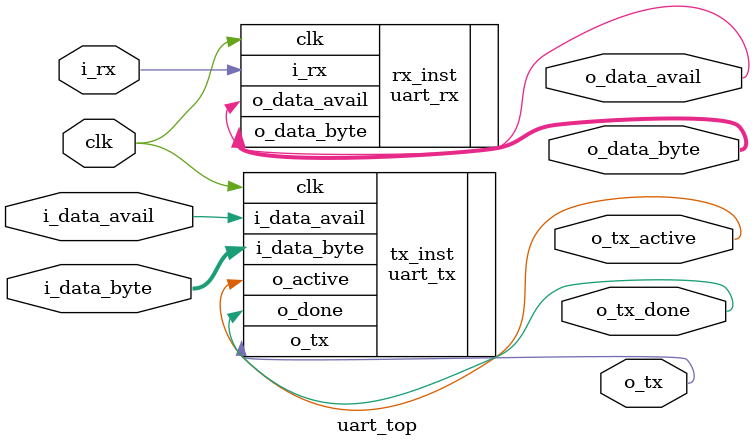
<source format=v>
module uart_top
    #(
        parameter CLKS_PER_BIT = 543
    )
    (
        input clk,
        input i_data_avail,
        input [7:0] i_data_byte,
        input i_rx,
        output o_tx,
        output o_data_avail,
        output [7:0] o_data_byte,
        output o_tx_done,
        output o_tx_active
    );

    uart_tx #(.CLKS_PER_BIT(CLKS_PER_BIT)) tx_inst (
        .clk(clk),
        .i_data_byte(i_data_byte),
        .i_data_avail(i_data_avail),
        .o_active(o_tx_active),
        .o_done(o_tx_done),
        .o_tx(o_tx)
    );

    uart_rx #(.CLKS_PER_BIT(CLKS_PER_BIT)) rx_inst (
        .clk(clk),
        .i_rx(i_rx),
        .o_data_avail(o_data_avail),
        .o_data_byte(o_data_byte)
    );

endmodule



</source>
